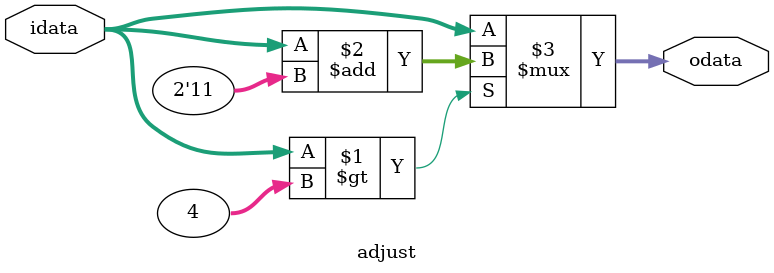
<source format=v>
module adjust (

	input	wire	[3:0]		idata,
	
	output	wire	[3:0]		odata
);
	
	assign	odata = idata > 4 ? idata + 2'd3 : idata;

endmodule 
</source>
